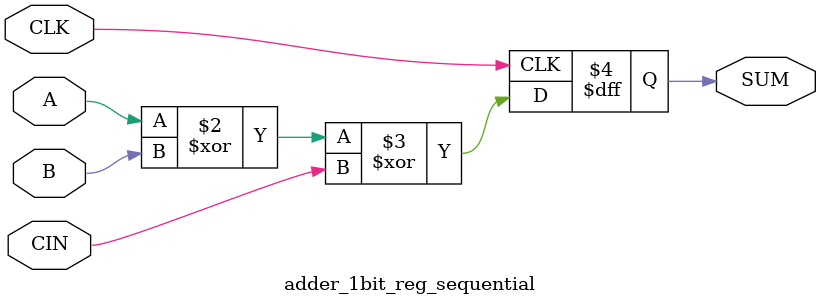
<source format=v>

module adder_1bit_reg_sequential
(
  input CLK,
  input A,
  input B,
  input CIN,
  output SUM
);

  reg SUM;

  always @(posedge CLK) begin
    SUM <= A ^ B ^ CIN;
  end


endmodule

</source>
